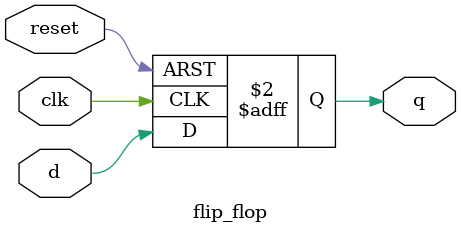
<source format=v>

module flip_flop (
    input wire clk,               // Clock input
    input wire reset,             // Reset input
    input wire d,                 // Data input
    output reg q                  // Data output
);

// Flip-flop logic
always @(posedge clk or posedge reset) begin
    if (reset)
        q <= 1'b0;
    else
        q <= d;
end

endmodule

</source>
